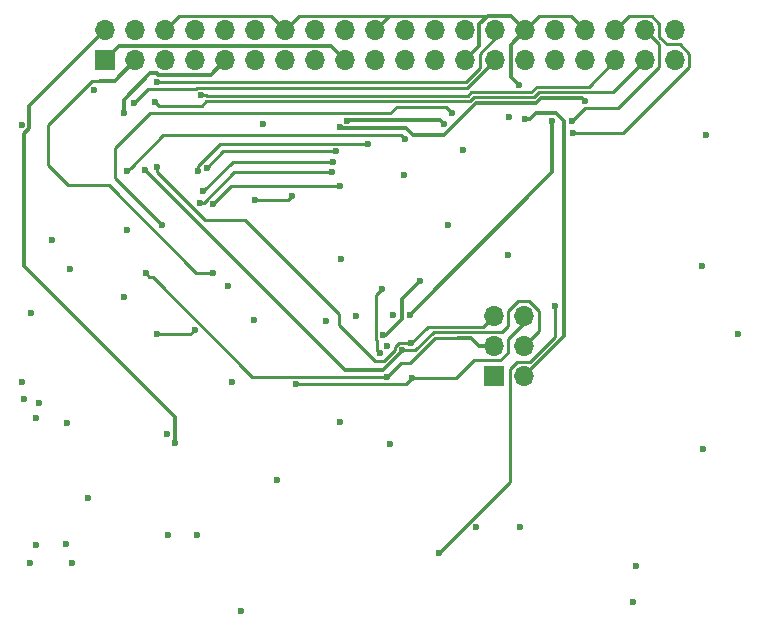
<source format=gbr>
%TF.GenerationSoftware,KiCad,Pcbnew,5.1.9+dfsg1-1~bpo10+1*%
%TF.CreationDate,2021-11-10T17:07:06+01:00*%
%TF.ProjectId,ulx4m-cm4-hat,756c7834-6d2d-4636-9d34-2d6861742e6b,V1.0*%
%TF.SameCoordinates,Original*%
%TF.FileFunction,Copper,L4,Bot*%
%TF.FilePolarity,Positive*%
%FSLAX46Y46*%
G04 Gerber Fmt 4.6, Leading zero omitted, Abs format (unit mm)*
G04 Created by KiCad (PCBNEW 5.1.9+dfsg1-1~bpo10+1) date 2021-11-10 17:07:06*
%MOMM*%
%LPD*%
G01*
G04 APERTURE LIST*
%TA.AperFunction,ComponentPad*%
%ADD10R,1.700000X1.700000*%
%TD*%
%TA.AperFunction,ComponentPad*%
%ADD11O,1.700000X1.700000*%
%TD*%
%TA.AperFunction,ViaPad*%
%ADD12C,0.600000*%
%TD*%
%TA.AperFunction,Conductor*%
%ADD13C,0.300000*%
%TD*%
%TA.AperFunction,Conductor*%
%ADD14C,0.250000*%
%TD*%
G04 APERTURE END LIST*
D10*
%TO.P,J1,1*%
%TO.N,+3V3*%
X120620000Y-55910000D03*
D11*
%TO.P,J1,2*%
%TO.N,+5V*%
X120620000Y-53370000D03*
%TO.P,J1,3*%
%TO.N,SD_D2*%
X123160000Y-55910000D03*
%TO.P,J1,4*%
%TO.N,+5V*%
X123160000Y-53370000D03*
%TO.P,J1,5*%
%TO.N,SD_D1*%
X125700000Y-55910000D03*
%TO.P,J1,6*%
%TO.N,GND*%
X125700000Y-53370000D03*
%TO.P,J1,7*%
%TO.N,SD_D0*%
X128240000Y-55910000D03*
%TO.P,J1,8*%
%TO.N,SD_D3*%
X128240000Y-53370000D03*
%TO.P,J1,9*%
%TO.N,GND*%
X130780000Y-55910000D03*
%TO.P,J1,10*%
%TO.N,SD_CLK*%
X130780000Y-53370000D03*
%TO.P,J1,11*%
%TO.N,WIFI_GPIO35*%
X133320000Y-55910000D03*
%TO.P,J1,12*%
%TO.N,RP_GPIO18*%
X133320000Y-53370000D03*
%TO.P,J1,13*%
%TO.N,SD_CMD*%
X135860000Y-55910000D03*
%TO.P,J1,14*%
%TO.N,GND*%
X135860000Y-53370000D03*
%TO.P,J1,15*%
%TO.N,WIFI_EN*%
X138400000Y-55910000D03*
%TO.P,J1,16*%
%TO.N,FTDI_TXD*%
X138400000Y-53370000D03*
%TO.P,J1,17*%
%TO.N,+3V3*%
X140940000Y-55910000D03*
%TO.P,J1,18*%
%TO.N,FTDI_RXD*%
X140940000Y-53370000D03*
%TO.P,J1,19*%
%TO.N,WIFI_GPIO26*%
X143480000Y-55910000D03*
%TO.P,J1,20*%
%TO.N,GND*%
X143480000Y-53370000D03*
%TO.P,J1,21*%
%TO.N,WIFI_GPIO27*%
X146020000Y-55910000D03*
%TO.P,J1,22*%
%TO.N,WIFI_TXD*%
X146020000Y-53370000D03*
%TO.P,J1,23*%
%TO.N,WIFI_GPIO25*%
X148560000Y-55910000D03*
%TO.P,J1,24*%
%TO.N,WIFI_GPIO19*%
X148560000Y-53370000D03*
%TO.P,J1,25*%
%TO.N,GND*%
X151100000Y-55910000D03*
%TO.P,J1,26*%
%TO.N,RP_GPIO07*%
X151100000Y-53370000D03*
%TO.P,J1,27*%
%TO.N,WIFI_GPIO21*%
X153640000Y-55910000D03*
%TO.P,J1,28*%
%TO.N,WIFI_GPIO22*%
X153640000Y-53370000D03*
%TO.P,J1,29*%
%TO.N,WIFI_GPIO33*%
X156180000Y-55910000D03*
%TO.P,J1,30*%
%TO.N,GND*%
X156180000Y-53370000D03*
%TO.P,J1,31*%
%TO.N,RP_GPIO06*%
X158720000Y-55910000D03*
%TO.P,J1,32*%
%TO.N,JTAG_TDI*%
X158720000Y-53370000D03*
%TO.P,J1,33*%
%TO.N,FTDI_TXDEN*%
X161260000Y-55910000D03*
%TO.P,J1,34*%
%TO.N,GND*%
X161260000Y-53370000D03*
%TO.P,J1,35*%
%TO.N,WIFI_GPIO0*%
X163800000Y-55910000D03*
%TO.P,J1,36*%
%TO.N,JTAG_TDO*%
X163800000Y-53370000D03*
%TO.P,J1,37*%
%TO.N,WIFI_RXD*%
X166340000Y-55910000D03*
%TO.P,J1,38*%
%TO.N,JTAG_TCK*%
X166340000Y-53370000D03*
%TO.P,J1,39*%
%TO.N,GND*%
X168880000Y-55910000D03*
%TO.P,J1,40*%
%TO.N,JTAG_TMS*%
X168880000Y-53370000D03*
%TD*%
D10*
%TO.P,J4,1*%
%TO.N,GND*%
X153525000Y-82625000D03*
D11*
%TO.P,J4,2*%
%TO.N,+3V3*%
X156065000Y-82625000D03*
%TO.P,J4,3*%
%TO.N,JTAG_TDI*%
X153525000Y-80085000D03*
%TO.P,J4,4*%
%TO.N,JTAG_TCK*%
X156065000Y-80085000D03*
%TO.P,J4,5*%
%TO.N,JTAG_TMS*%
X153525000Y-77545000D03*
%TO.P,J4,6*%
%TO.N,JTAG_TDO*%
X156065000Y-77545000D03*
%TD*%
D12*
%TO.N,*%
X119690000Y-58440000D03*
%TO.N,GND*%
X139360000Y-77940000D03*
X144760000Y-88360000D03*
X154730000Y-72390000D03*
X135190002Y-91460000D03*
X119200000Y-92980000D03*
X125877911Y-87588868D03*
X149690000Y-69830000D03*
X131370000Y-83120000D03*
X133250000Y-77860000D03*
X132150000Y-102570000D03*
X144515514Y-80077064D03*
X141820000Y-77580000D03*
X128400000Y-96140000D03*
X125940000Y-96140000D03*
X152050000Y-95430000D03*
X155740000Y-95410000D03*
X140510000Y-86570000D03*
X122430000Y-70310000D03*
X131060000Y-75040000D03*
X140610000Y-72710000D03*
X145930000Y-65580000D03*
X150920000Y-63480000D03*
X171470000Y-62260000D03*
X171130000Y-73330000D03*
X171260000Y-88790000D03*
X165290000Y-101790000D03*
X165590000Y-98710000D03*
X174180000Y-79110000D03*
X133990000Y-61340000D03*
X122201588Y-60404514D03*
X145000000Y-77473681D03*
X154800000Y-60750000D03*
X155668150Y-57969968D03*
X116080000Y-71130000D03*
X117660000Y-73600000D03*
X114380000Y-77270000D03*
X122220000Y-75960000D03*
X114780000Y-96980002D03*
X117330000Y-96900000D03*
X114750000Y-86200000D03*
X113620000Y-83140000D03*
X113550000Y-61350000D03*
X117370000Y-86600000D03*
X113710000Y-84550000D03*
X115010000Y-84890000D03*
X114250000Y-98510000D03*
X117830000Y-98430000D03*
%TO.N,+5V*%
X126539990Y-88280000D03*
%TO.N,SD_CMD*%
X133340000Y-67730000D03*
%TO.N,WIFI_GPIO19*%
X145990000Y-62540000D03*
X122490000Y-65290000D03*
%TO.N,+3V3*%
X149300372Y-61260374D03*
X156130458Y-60895032D03*
X141063101Y-61025032D03*
X147270000Y-74620000D03*
X144160000Y-79150000D03*
%TO.N,SD_D2*%
X129730000Y-73880000D03*
%TO.N,SD_CMD*%
X136479968Y-67373603D03*
%TO.N,FTDI_RXD*%
X143900000Y-80720000D03*
X144038378Y-75233303D03*
%TO.N,WIFI_GPIO26*%
X129209910Y-65006192D03*
X140159475Y-63578450D03*
%TO.N,WIFI_GPIO27*%
X128904990Y-67000000D03*
X139884241Y-64490094D03*
%TO.N,WIFI_TXD*%
X128461753Y-65291824D03*
X142844911Y-62957966D03*
%TO.N,WIFI_GPIO25*%
X128640000Y-67980000D03*
X128190000Y-78730000D03*
X125040000Y-79110000D03*
X139820021Y-65373101D03*
%TO.N,RP_GPIO07*%
X148879990Y-97599086D03*
X158708051Y-76668051D03*
%TO.N,WIFI_GPIO21*%
X123045724Y-59560378D03*
%TO.N,WIFI_GPIO22*%
X125010170Y-57749967D03*
%TO.N,WIFI_GPIO33*%
X125430000Y-69840000D03*
X150030000Y-60395021D03*
%TO.N,RP_GPIO06*%
X158427108Y-61015041D03*
X146390010Y-77436437D03*
%TO.N,JTAG_TDI*%
X124048051Y-73951949D03*
X144515231Y-82707805D03*
%TO.N,FTDI_TXDEN*%
X140495343Y-61588654D03*
X161263405Y-59314990D03*
%TO.N,WIFI_GPIO0*%
X129721949Y-68091949D03*
X140474988Y-66548309D03*
X128740000Y-58880000D03*
%TO.N,JTAG_TDO*%
X136790000Y-83320000D03*
X146603430Y-82797944D03*
X160268051Y-62051949D03*
%TO.N,WIFI_RXD*%
X124855010Y-59455559D03*
%TO.N,JTAG_TCK*%
X123960000Y-65170000D03*
X145759409Y-80460045D03*
X160150000Y-61050000D03*
%TO.N,JTAG_TMS*%
X125040000Y-64900000D03*
X146557048Y-79835035D03*
%TD*%
D13*
%TO.N,GND*%
X156180000Y-53370000D02*
X154979999Y-52169999D01*
X152300001Y-54709999D02*
X151100000Y-55910000D01*
X152300001Y-52869999D02*
X152300001Y-54709999D01*
X153000001Y-52169999D02*
X152300001Y-52869999D01*
X124416847Y-57014977D02*
X122201588Y-59230236D01*
X122201588Y-59230236D02*
X122201588Y-60404514D01*
X125123999Y-57110001D02*
X125028975Y-57014977D01*
X125028975Y-57014977D02*
X124416847Y-57014977D01*
X130780000Y-55910000D02*
X129579999Y-57110001D01*
X129579999Y-57110001D02*
X125123999Y-57110001D01*
D14*
X160084999Y-52194999D02*
X161260000Y-53370000D01*
X157355001Y-52194999D02*
X160084999Y-52194999D01*
X156180000Y-53370000D02*
X157355001Y-52194999D01*
X144680001Y-52169999D02*
X143480000Y-53370000D01*
D13*
X154979999Y-52169999D02*
X153229999Y-52169999D01*
X153229999Y-52169999D02*
X153000001Y-52169999D01*
D14*
X135860000Y-53370000D02*
X137035001Y-52194999D01*
X153229999Y-52169999D02*
X144829999Y-52169999D01*
X144804999Y-52194999D02*
X144829999Y-52169999D01*
X137035001Y-52194999D02*
X144804999Y-52194999D01*
X144829999Y-52169999D02*
X144680001Y-52169999D01*
X126875001Y-52194999D02*
X125700000Y-53370000D01*
X134684999Y-52194999D02*
X126875001Y-52194999D01*
X135860000Y-53370000D02*
X134684999Y-52194999D01*
D13*
X154979999Y-54570001D02*
X154979999Y-57281817D01*
X154979999Y-57281817D02*
X155668150Y-57969968D01*
X156180000Y-53370000D02*
X154979999Y-54570001D01*
%TO.N,+3V3*%
X139739999Y-54709999D02*
X140940000Y-55910000D01*
X121820001Y-54709999D02*
X139739999Y-54709999D01*
X120620000Y-55910000D02*
X121820001Y-54709999D01*
X158810267Y-60365031D02*
X157084723Y-60365031D01*
X159450000Y-79240000D02*
X159450000Y-61004764D01*
X157084723Y-60365031D02*
X156554722Y-60895032D01*
X156554722Y-60895032D02*
X156130458Y-60895032D01*
X156065000Y-82625000D02*
X159450000Y-79240000D01*
X159450000Y-61004764D02*
X158810267Y-60365031D01*
X149300372Y-61260374D02*
X148975030Y-60935032D01*
X148975030Y-60935032D02*
X141153101Y-60935032D01*
X141153101Y-60935032D02*
X141063101Y-61025032D01*
X147270000Y-74620000D02*
X145740000Y-76150000D01*
X145740000Y-76150000D02*
X145740000Y-77780000D01*
X144370000Y-79150000D02*
X144160000Y-79150000D01*
X145740000Y-77780000D02*
X144370000Y-79150000D01*
%TO.N,+5V*%
X113740000Y-73320000D02*
X126539990Y-86119990D01*
X126539990Y-86119990D02*
X126539990Y-88280000D01*
X114200001Y-61662001D02*
X113740000Y-62122002D01*
X114200001Y-59789999D02*
X114200001Y-61662001D01*
X113740000Y-62122002D02*
X113740000Y-73320000D01*
X120620000Y-53370000D02*
X114200001Y-59789999D01*
%TO.N,SD_D2*%
X121420000Y-57650000D02*
X123160000Y-55910000D01*
X120220000Y-57650000D02*
X121420000Y-57650000D01*
D14*
X128350000Y-73880000D02*
X129730000Y-73880000D01*
X119540000Y-57650000D02*
X115780000Y-61410000D01*
X120220000Y-57650000D02*
X119540000Y-57650000D01*
X115780000Y-61410000D02*
X115780000Y-64800000D01*
X117480000Y-66500000D02*
X120970000Y-66500000D01*
X120970000Y-66500000D02*
X128350000Y-73880000D01*
X115780000Y-64800000D02*
X117480000Y-66500000D01*
%TO.N,SD_CMD*%
X136123571Y-67730000D02*
X136479968Y-67373603D01*
X133340000Y-67730000D02*
X136123571Y-67730000D01*
%TO.N,FTDI_RXD*%
X143665001Y-80485001D02*
X143665001Y-79639999D01*
X143665001Y-79639999D02*
X143534998Y-79509996D01*
X143900000Y-80720000D02*
X143665001Y-80485001D01*
X143534998Y-75736683D02*
X144038378Y-75233303D01*
X143534998Y-79509996D02*
X143534998Y-75736683D01*
%TO.N,WIFI_GPIO26*%
X130637652Y-63578450D02*
X140159475Y-63578450D01*
X129209910Y-65006192D02*
X130637652Y-63578450D01*
%TO.N,WIFI_GPIO27*%
X128904990Y-67000000D02*
X131414896Y-64490094D01*
X131414896Y-64490094D02*
X139884241Y-64490094D01*
%TO.N,WIFI_TXD*%
X128461753Y-65291824D02*
X128461753Y-64867560D01*
X130371347Y-62957966D02*
X139854957Y-62957966D01*
X139854957Y-62957966D02*
X139859474Y-62953449D01*
X128461753Y-64867560D02*
X130371347Y-62957966D01*
X142840394Y-62953449D02*
X142844911Y-62957966D01*
X139859474Y-62953449D02*
X142840394Y-62953449D01*
%TO.N,WIFI_GPIO25*%
X128190000Y-78730000D02*
X127810000Y-79110000D01*
X127810000Y-79110000D02*
X125040000Y-79110000D01*
X128640000Y-67980000D02*
X128950000Y-67980000D01*
X131556899Y-65373101D02*
X139820021Y-65373101D01*
X128950000Y-67980000D02*
X131556899Y-65373101D01*
%TO.N,WIFI_GPIO19*%
X122789999Y-64990001D02*
X122490000Y-65290000D01*
X145990000Y-62540000D02*
X145690001Y-62240001D01*
X145690001Y-62240001D02*
X125539999Y-62240001D01*
X125539999Y-62240001D02*
X122789999Y-64990001D01*
%TO.N,RP_GPIO07*%
X154889999Y-82060999D02*
X155500999Y-81449999D01*
X158708051Y-79310185D02*
X158708051Y-76668051D01*
X156568237Y-81449999D02*
X158708051Y-79310185D01*
X148879990Y-97599086D02*
X154889999Y-91589077D01*
X155500999Y-81449999D02*
X156568237Y-81449999D01*
X154889999Y-91589077D02*
X154889999Y-82060999D01*
%TO.N,WIFI_GPIO21*%
X124231133Y-58374969D02*
X123345723Y-59260379D01*
X151295002Y-58254998D02*
X128439998Y-58254998D01*
X153640000Y-55910000D02*
X151295002Y-58254998D01*
X128439998Y-58254998D02*
X128320027Y-58374969D01*
X128320027Y-58374969D02*
X124231133Y-58374969D01*
X123345723Y-59260379D02*
X123045724Y-59560378D01*
%TO.N,WIFI_GPIO22*%
X153640000Y-54041766D02*
X152350000Y-55331766D01*
X151163623Y-57749967D02*
X125010170Y-57749967D01*
X152350000Y-56563590D02*
X151163623Y-57749967D01*
X152350000Y-55331766D02*
X152350000Y-56563590D01*
X153640000Y-53370000D02*
X153640000Y-54041766D01*
%TO.N,WIFI_GPIO33*%
X125430000Y-69840000D02*
X121490000Y-65900000D01*
X149475001Y-59840022D02*
X149730001Y-60095022D01*
X149730001Y-60095022D02*
X150030000Y-60395021D01*
X124416388Y-60400022D02*
X144752800Y-60400022D01*
X144752800Y-60400022D02*
X145312800Y-59840022D01*
X145312800Y-59840022D02*
X149475001Y-59840022D01*
X121490000Y-63326410D02*
X124416388Y-60400022D01*
X121490000Y-65900000D02*
X121490000Y-63326410D01*
D13*
%TO.N,RP_GPIO06*%
X158427108Y-65399339D02*
X146390010Y-77436437D01*
X158427108Y-61015041D02*
X158427108Y-65399339D01*
D14*
%TO.N,JTAG_TDI*%
X124048051Y-73951949D02*
X124348050Y-74251948D01*
X124348050Y-74251948D02*
X124636950Y-74251948D01*
X124636950Y-74251948D02*
X133068982Y-82683980D01*
X133068982Y-82683980D02*
X144491406Y-82683980D01*
X144491406Y-82683980D02*
X144515231Y-82707805D01*
D13*
X152275000Y-80085000D02*
X153525000Y-80085000D01*
X150500000Y-79420000D02*
X151610000Y-79420000D01*
X151610000Y-79420000D02*
X152275000Y-80085000D01*
D14*
X148580000Y-79410000D02*
X150510000Y-79410000D01*
X146460000Y-81530000D02*
X148580000Y-79410000D01*
X144515231Y-82707805D02*
X145693036Y-81530000D01*
X145693036Y-81530000D02*
X146460000Y-81530000D01*
%TO.N,FTDI_TXDEN*%
X161224990Y-59314990D02*
X161263405Y-59314990D01*
X161020000Y-59110000D02*
X161224990Y-59314990D01*
D13*
X140581723Y-61675034D02*
X140495343Y-61588654D01*
X152020000Y-59520000D02*
X149310000Y-62230000D01*
X149310000Y-62230000D02*
X146658290Y-62230000D01*
X157508177Y-59110000D02*
X157098177Y-59520000D01*
X146103324Y-61675034D02*
X140581723Y-61675034D01*
X146658290Y-62230000D02*
X146103324Y-61675034D01*
X161020000Y-59110000D02*
X157508177Y-59110000D01*
X157098177Y-59520000D02*
X152020000Y-59520000D01*
D14*
%TO.N,WIFI_GPIO0*%
X129721949Y-68091949D02*
X131265589Y-66548309D01*
X131265589Y-66548309D02*
X140474988Y-66548309D01*
X156715021Y-58594978D02*
X151636845Y-58594978D01*
X151636845Y-58594978D02*
X151306845Y-58924978D01*
X151306845Y-58924978D02*
X129209242Y-58924978D01*
X129209242Y-58924978D02*
X129164264Y-58880000D01*
X129164264Y-58880000D02*
X128740000Y-58880000D01*
X157145018Y-58164981D02*
X156715021Y-58594978D01*
X163800000Y-55910000D02*
X161545019Y-58164981D01*
X161545019Y-58164981D02*
X157145018Y-58164981D01*
%TO.N,JTAG_TDO*%
X146061374Y-83340000D02*
X146603430Y-82797944D01*
X136790000Y-83320000D02*
X136810000Y-83340000D01*
X136810000Y-83340000D02*
X146061374Y-83340000D01*
X156065000Y-77545000D02*
X156065000Y-78156000D01*
X154089001Y-81260001D02*
X151829999Y-81260001D01*
X151829999Y-81260001D02*
X150292056Y-82797944D01*
X154700001Y-80649001D02*
X154089001Y-81260001D01*
X154700001Y-79520999D02*
X154700001Y-80649001D01*
X156065000Y-78156000D02*
X154700001Y-79520999D01*
X150292056Y-82797944D02*
X146603430Y-82797944D01*
X163800000Y-53370000D02*
X164975001Y-52194999D01*
X164477053Y-62051949D02*
X160268051Y-62051949D01*
X164975001Y-52194999D02*
X166904001Y-52194999D01*
X166904001Y-52194999D02*
X167515001Y-52805999D01*
X169258991Y-54549989D02*
X170055001Y-55345999D01*
X170055001Y-55345999D02*
X170055001Y-56474001D01*
X168156399Y-54549989D02*
X169258991Y-54549989D01*
X167515001Y-53908591D02*
X168156399Y-54549989D01*
X170055001Y-56474001D02*
X164477053Y-62051949D01*
X167515001Y-52805999D02*
X167515001Y-53908591D01*
%TO.N,WIFI_RXD*%
X157331418Y-58614992D02*
X156901421Y-59044989D01*
X166340000Y-55910000D02*
X163635008Y-58614992D01*
X156901421Y-59044989D02*
X151823245Y-59044989D01*
X151478223Y-59390011D02*
X129154993Y-59390011D01*
X128789446Y-59755558D02*
X125155009Y-59755558D01*
X129154993Y-59390011D02*
X128789446Y-59755558D01*
X151823245Y-59044989D02*
X151478223Y-59390011D01*
X163635008Y-58614992D02*
X157331418Y-58614992D01*
X125155009Y-59755558D02*
X124855010Y-59455559D01*
D13*
%TO.N,JTAG_TCK*%
X123960000Y-65170000D02*
X140900000Y-82110000D01*
X144151034Y-82110000D02*
X145759409Y-80501625D01*
X140900000Y-82110000D02*
X144151034Y-82110000D01*
X145759409Y-80501625D02*
X145759409Y-80460045D01*
D14*
X160150000Y-61050000D02*
X161260000Y-59940000D01*
X167515001Y-54545001D02*
X166340000Y-53370000D01*
X167515001Y-56474001D02*
X167515001Y-54545001D01*
X161260000Y-59940000D02*
X164049002Y-59940000D01*
X164049002Y-59940000D02*
X167515001Y-56474001D01*
X146889955Y-80460045D02*
X145759409Y-80460045D01*
X148440001Y-78909999D02*
X146889955Y-80460045D01*
X154190001Y-78909999D02*
X148440001Y-78909999D01*
X154700001Y-78399999D02*
X154190001Y-78909999D01*
X156065000Y-80085000D02*
X157350000Y-78800000D01*
X155580998Y-76290000D02*
X154700001Y-77170997D01*
X157350000Y-77090998D02*
X156549002Y-76290000D01*
X156549002Y-76290000D02*
X155580998Y-76290000D01*
X157350000Y-78800000D02*
X157350000Y-77090998D01*
X154700001Y-77170997D02*
X154700001Y-78399999D01*
%TO.N,JTAG_TMS*%
X132480000Y-69390000D02*
X140460000Y-77370000D01*
X140460000Y-77370000D02*
X140460000Y-78315000D01*
X145459961Y-79835035D02*
X146557048Y-79835035D01*
X145134998Y-80413236D02*
X145134998Y-80159998D01*
X140460000Y-78315000D02*
X143499991Y-81354991D01*
X129105736Y-69390000D02*
X132480000Y-69390000D01*
X125040000Y-65324264D02*
X129105736Y-69390000D01*
X125040000Y-64900000D02*
X125040000Y-65324264D01*
X143499991Y-81354991D02*
X144193243Y-81354991D01*
X144193243Y-81354991D02*
X145134998Y-80413236D01*
X145134998Y-80159998D02*
X145459961Y-79835035D01*
X147942083Y-78450000D02*
X146557048Y-79835035D01*
X153525000Y-77545000D02*
X152620000Y-78450000D01*
X152620000Y-78450000D02*
X147942083Y-78450000D01*
%TD*%
M02*

</source>
